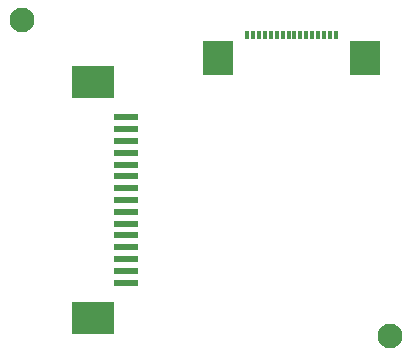
<source format=gts>
%TF.GenerationSoftware,KiCad,Pcbnew,8.0.3-8.0.3-0~ubuntu22.04.1*%
%TF.CreationDate,2024-07-09T12:22:34+05:30*%
%TF.ProjectId,CSI,4353492e-6b69-4636-9164-5f7063625858,rev?*%
%TF.SameCoordinates,Original*%
%TF.FileFunction,Soldermask,Top*%
%TF.FilePolarity,Negative*%
%FSLAX46Y46*%
G04 Gerber Fmt 4.6, Leading zero omitted, Abs format (unit mm)*
G04 Created by KiCad (PCBNEW 8.0.3-8.0.3-0~ubuntu22.04.1) date 2024-07-09 12:22:34*
%MOMM*%
%LPD*%
G01*
G04 APERTURE LIST*
%ADD10R,0.300000X0.800000*%
%ADD11R,2.500008X2.999998*%
%ADD12R,2.500000X2.999996*%
%ADD13R,2.000000X0.610000*%
%ADD14R,3.600000X2.680000*%
%ADD15C,2.100000*%
G04 APERTURE END LIST*
D10*
%TO.C,J1*%
X160275000Y-88475000D03*
X160774998Y-88475000D03*
X161275000Y-88475000D03*
X161774999Y-88475000D03*
X162275001Y-88475000D03*
X162775000Y-88475000D03*
X163274999Y-88475000D03*
X163775000Y-88475000D03*
X164274999Y-88475000D03*
X164775001Y-88475000D03*
X165275000Y-88475000D03*
X165774999Y-88475000D03*
X166275000Y-88475000D03*
X166774999Y-88475000D03*
X167275001Y-88475000D03*
X167775000Y-88475000D03*
D11*
X157774996Y-90375001D03*
D12*
X170274992Y-90375002D03*
%TD*%
D13*
%TO.C,J2*%
X150025000Y-95425000D03*
X150025000Y-96425000D03*
X150025000Y-97425000D03*
X150025000Y-98425000D03*
X150025000Y-99425000D03*
X150025000Y-100425000D03*
X150025000Y-101425000D03*
X150025000Y-102425000D03*
X150025000Y-103425000D03*
X150025000Y-104425000D03*
X150025000Y-105425000D03*
X150025000Y-106425000D03*
X150025000Y-107425000D03*
X150025000Y-108425000D03*
X150025000Y-109425000D03*
D14*
X147225000Y-92435000D03*
X147225000Y-112415000D03*
%TD*%
D15*
%TO.C,H2*%
X172350000Y-113950000D03*
%TD*%
%TO.C,H1*%
X141225000Y-87225000D03*
%TD*%
M02*

</source>
